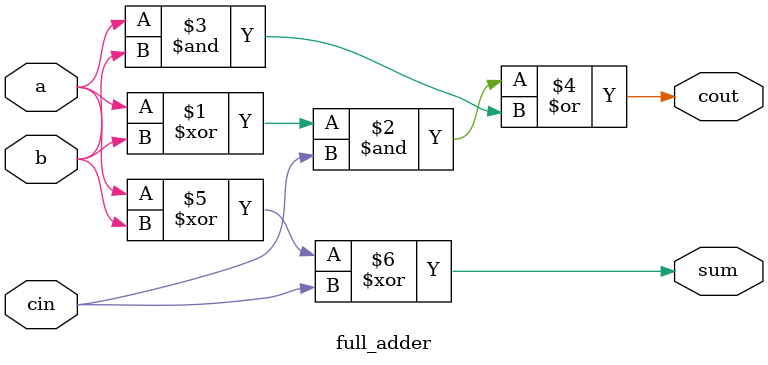
<source format=v>
module top_module( 
    input [99:0] a, b,
    input cin,
    output [99:0] cout,
    output [99:0] sum );
    
    /* Array instantiate */
    full_adder adder_100 [99:0] (.a(a), .b(b), 
                                 .cin({cout[98:0], cin}), 
                                 .cout(cout), 
                                 .sum(sum)     );
                                 
endmodule


module full_adder( 
    input a, b, cin,
    output cout, sum );
	
    assign cout = ((a ^ b) & cin) | (a & b);
    assign sum = (a ^ b ^ cin);
    
endmodule
</source>
